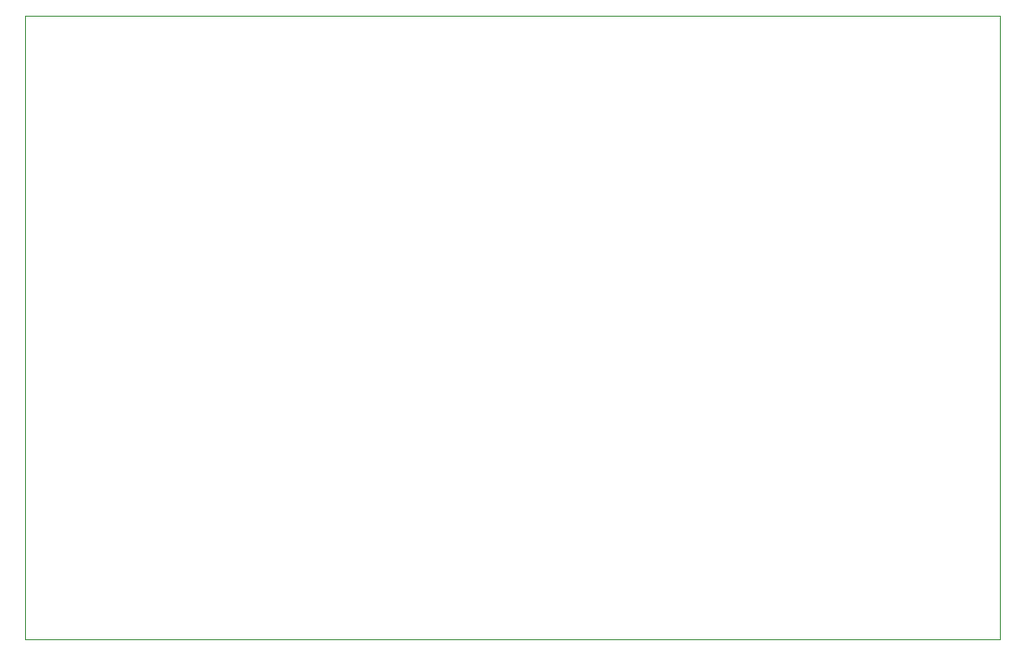
<source format=gm1>
G04 #@! TF.GenerationSoftware,KiCad,Pcbnew,8.0.5-8.0.5-0~ubuntu22.04.1*
G04 #@! TF.CreationDate,2024-10-01T15:38:48-06:00*
G04 #@! TF.ProjectId,z80 RPM,7a383020-5250-44d2-9e6b-696361645f70,1.1*
G04 #@! TF.SameCoordinates,Original*
G04 #@! TF.FileFunction,Profile,NP*
%FSLAX46Y46*%
G04 Gerber Fmt 4.6, Leading zero omitted, Abs format (unit mm)*
G04 Created by KiCad (PCBNEW 8.0.5-8.0.5-0~ubuntu22.04.1) date 2024-10-01 15:38:48*
%MOMM*%
%LPD*%
G01*
G04 APERTURE LIST*
G04 #@! TA.AperFunction,Profile*
%ADD10C,0.050000*%
G04 #@! TD*
G04 APERTURE END LIST*
D10*
X47970000Y-84520000D02*
X136970000Y-84520000D01*
X136970000Y-27520000D02*
X47970000Y-27520000D01*
X47970000Y-27520000D02*
X47970000Y-84520000D01*
X136970000Y-84520000D02*
X136970000Y-27520000D01*
M02*

</source>
